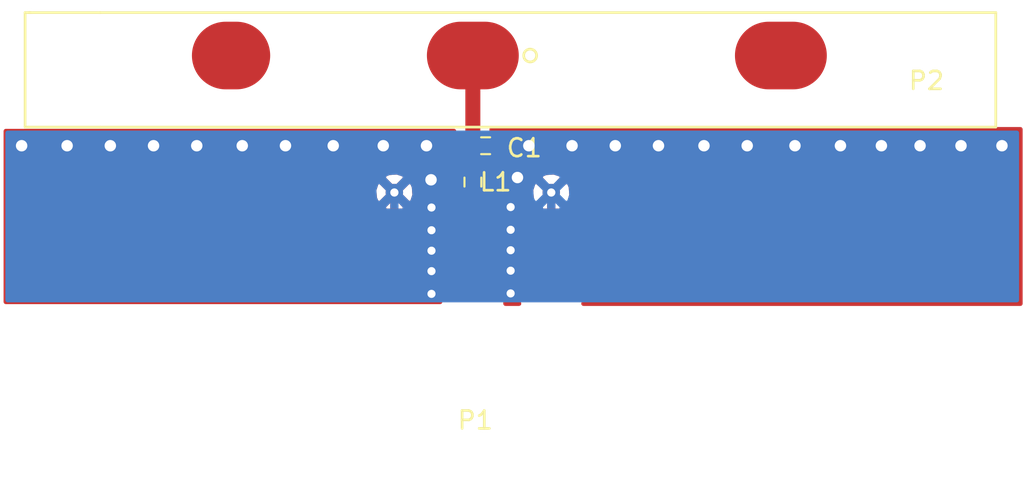
<source format=kicad_pcb>
(kicad_pcb (version 4) (host pcbnew 4.0.5)

  (general
    (links 47)
    (no_connects 0)
    (area 0 0 0 0)
    (thickness 1.6)
    (drawings 4)
    (tracks 7)
    (zones 0)
    (modules 38)
    (nets 5)
  )

  (page A4)
  (layers
    (0 F.Cu signal)
    (31 B.Cu signal)
    (32 B.Adhes user)
    (33 F.Adhes user)
    (34 B.Paste user)
    (35 F.Paste user)
    (36 B.SilkS user)
    (37 F.SilkS user)
    (38 B.Mask user)
    (39 F.Mask user)
    (40 Dwgs.User user)
    (41 Cmts.User user)
    (42 Eco1.User user)
    (43 Eco2.User user)
    (44 Edge.Cuts user)
    (45 Margin user)
    (46 B.CrtYd user)
    (47 F.CrtYd user)
    (48 B.Fab user)
    (49 F.Fab user)
  )

  (setup
    (last_trace_width 0.838)
    (trace_clearance 0.2)
    (zone_clearance 0.508)
    (zone_45_only no)
    (trace_min 0.2)
    (segment_width 0.2)
    (edge_width 0.15)
    (via_size 0.6)
    (via_drill 0.4)
    (via_min_size 0.4)
    (via_min_drill 0.3)
    (uvia_size 0.3)
    (uvia_drill 0.1)
    (uvias_allowed no)
    (uvia_min_size 0.2)
    (uvia_min_drill 0.1)
    (pcb_text_width 0.3)
    (pcb_text_size 1.5 1.5)
    (mod_edge_width 0.15)
    (mod_text_size 1 1)
    (mod_text_width 0.15)
    (pad_size 0.9 0.46)
    (pad_drill 0)
    (pad_to_mask_clearance 0.2)
    (aux_axis_origin 93.2 114.8)
    (visible_elements 7FFFFF7F)
    (pcbplotparams
      (layerselection 0x020f0_80000001)
      (usegerberextensions false)
      (excludeedgelayer true)
      (linewidth 0.100000)
      (plotframeref false)
      (viasonmask false)
      (mode 1)
      (useauxorigin true)
      (hpglpennumber 1)
      (hpglpenspeed 20)
      (hpglpendiameter 15)
      (hpglpenoverlay 2)
      (psnegative false)
      (psa4output false)
      (plotreference true)
      (plotvalue true)
      (plotinvisibletext false)
      (padsonsilk false)
      (subtractmaskfromsilk false)
      (outputformat 1)
      (mirror false)
      (drillshape 0)
      (scaleselection 1)
      (outputdirectory Gerber/))
  )

  (net 0 "")
  (net 1 GND)
  (net 2 "Net-(C1-Pad1)")
  (net 3 "Net-(L1-Pad2)")
  (net 4 "Net-(P2-Pad2)")

  (net_class Default "This is the default net class."
    (clearance 0.2)
    (trace_width 0.838)
    (via_dia 0.6)
    (via_drill 0.4)
    (uvia_dia 0.3)
    (uvia_drill 0.1)
    (add_net GND)
    (add_net "Net-(C1-Pad1)")
    (add_net "Net-(L1-Pad2)")
    (add_net "Net-(P2-Pad2)")
  )

  (module Misc:Via_Stitch_Dia0.508mm_Drill0.254mm (layer F.Cu) (tedit 590FADAA) (tstamp 590FADED)
    (at 121.412 109.474)
    (fp_text reference REF** (at 0 0.889) (layer F.SilkS) hide
      (effects (font (size 1 1) (thickness 0.15)))
    )
    (fp_text value Via_Stitch_Dia0.508mm_Drill0.254mm (at 0 -0.889) (layer F.Fab) hide
      (effects (font (size 1 1) (thickness 0.15)))
    )
    (pad 1 thru_hole circle (at 0 0) (size 0.7508 0.7508) (drill 0.454) (layers *.Cu)
      (net 1 GND) (zone_connect 2))
  )

  (module Misc:Via_Stitch_Dia0.508mm_Drill0.254mm (layer F.Cu) (tedit 590FADAA) (tstamp 590FADE9)
    (at 121.412 110.744)
    (fp_text reference REF** (at 0 0.889) (layer F.SilkS) hide
      (effects (font (size 1 1) (thickness 0.15)))
    )
    (fp_text value Via_Stitch_Dia0.508mm_Drill0.254mm (at 0 -0.889) (layer F.Fab) hide
      (effects (font (size 1 1) (thickness 0.15)))
    )
    (pad 1 thru_hole circle (at 0 0) (size 0.7508 0.7508) (drill 0.454) (layers *.Cu)
      (net 1 GND) (zone_connect 2))
  )

  (module Misc:Via_Stitch_Dia0.508mm_Drill0.254mm (layer F.Cu) (tedit 590FADAA) (tstamp 590FADE5)
    (at 121.412 114.3)
    (fp_text reference REF** (at 0 0.889) (layer F.SilkS) hide
      (effects (font (size 1 1) (thickness 0.15)))
    )
    (fp_text value Via_Stitch_Dia0.508mm_Drill0.254mm (at 0 -0.889) (layer F.Fab) hide
      (effects (font (size 1 1) (thickness 0.15)))
    )
    (pad 1 thru_hole circle (at 0 0) (size 0.7508 0.7508) (drill 0.454) (layers *.Cu)
      (net 1 GND) (zone_connect 2))
  )

  (module Misc:Via_Stitch_Dia0.508mm_Drill0.254mm (layer F.Cu) (tedit 590FADAA) (tstamp 590FADE1)
    (at 121.412 113.03)
    (fp_text reference REF** (at 0 0.889) (layer F.SilkS) hide
      (effects (font (size 1 1) (thickness 0.15)))
    )
    (fp_text value Via_Stitch_Dia0.508mm_Drill0.254mm (at 0 -0.889) (layer F.Fab) hide
      (effects (font (size 1 1) (thickness 0.15)))
    )
    (pad 1 thru_hole circle (at 0 0) (size 0.7508 0.7508) (drill 0.454) (layers *.Cu)
      (net 1 GND) (zone_connect 2))
  )

  (module Misc:Via_Stitch_Dia0.508mm_Drill0.254mm (layer F.Cu) (tedit 590FADAA) (tstamp 590FADDD)
    (at 121.412 111.887)
    (fp_text reference REF** (at 0 0.889) (layer F.SilkS) hide
      (effects (font (size 1 1) (thickness 0.15)))
    )
    (fp_text value Via_Stitch_Dia0.508mm_Drill0.254mm (at 0 -0.889) (layer F.Fab) hide
      (effects (font (size 1 1) (thickness 0.15)))
    )
    (pad 1 thru_hole circle (at 0 0) (size 0.7508 0.7508) (drill 0.454) (layers *.Cu)
      (net 1 GND) (zone_connect 2))
  )

  (module Misc:Via_Stitch_Dia0.508mm_Drill0.254mm (layer F.Cu) (tedit 590FADAA) (tstamp 590FADD9)
    (at 116.9924 111.9124)
    (fp_text reference REF** (at 0 0.889) (layer F.SilkS) hide
      (effects (font (size 1 1) (thickness 0.15)))
    )
    (fp_text value Via_Stitch_Dia0.508mm_Drill0.254mm (at 0 -0.889) (layer F.Fab) hide
      (effects (font (size 1 1) (thickness 0.15)))
    )
    (pad 1 thru_hole circle (at 0 0) (size 0.7508 0.7508) (drill 0.454) (layers *.Cu)
      (net 1 GND) (zone_connect 2))
  )

  (module Misc:Via_Stitch_Dia0.508mm_Drill0.254mm (layer F.Cu) (tedit 590FADAA) (tstamp 590FADD4)
    (at 116.9924 113.0554)
    (fp_text reference REF** (at 0 0.889) (layer F.SilkS) hide
      (effects (font (size 1 1) (thickness 0.15)))
    )
    (fp_text value Via_Stitch_Dia0.508mm_Drill0.254mm (at 0 -0.889) (layer F.Fab) hide
      (effects (font (size 1 1) (thickness 0.15)))
    )
    (pad 1 thru_hole circle (at 0 0) (size 0.7508 0.7508) (drill 0.454) (layers *.Cu)
      (net 1 GND) (zone_connect 2))
  )

  (module Misc:Via_Stitch_Dia0.508mm_Drill0.254mm (layer F.Cu) (tedit 590FADAA) (tstamp 590FADD0)
    (at 116.9924 114.3254)
    (fp_text reference REF** (at 0 0.889) (layer F.SilkS) hide
      (effects (font (size 1 1) (thickness 0.15)))
    )
    (fp_text value Via_Stitch_Dia0.508mm_Drill0.254mm (at 0 -0.889) (layer F.Fab) hide
      (effects (font (size 1 1) (thickness 0.15)))
    )
    (pad 1 thru_hole circle (at 0 0) (size 0.7508 0.7508) (drill 0.454) (layers *.Cu)
      (net 1 GND) (zone_connect 2))
  )

  (module Misc:Via_Stitch_Dia0.508mm_Drill0.254mm (layer F.Cu) (tedit 590FADAA) (tstamp 590FADCC)
    (at 116.9924 110.7694)
    (fp_text reference REF** (at 0 0.889) (layer F.SilkS) hide
      (effects (font (size 1 1) (thickness 0.15)))
    )
    (fp_text value Via_Stitch_Dia0.508mm_Drill0.254mm (at 0 -0.889) (layer F.Fab) hide
      (effects (font (size 1 1) (thickness 0.15)))
    )
    (pad 1 thru_hole circle (at 0 0) (size 0.7508 0.7508) (drill 0.454) (layers *.Cu)
      (net 1 GND) (zone_connect 2))
  )

  (module Misc:Via_Stitch_Dia1.00mm_Drill0.64mm (layer F.Cu) (tedit 590FAC1B) (tstamp 590FAD58)
    (at 116.967 107.95)
    (fp_text reference REF** (at 0 0.889) (layer F.SilkS) hide
      (effects (font (size 1 1) (thickness 0.15)))
    )
    (fp_text value Via_Stitch_Dia1.00mm_Drill0.64mm (at 0 -0.889) (layer F.Fab) hide
      (effects (font (size 1 1) (thickness 0.15)))
    )
    (pad 1 thru_hole circle (at 0 0) (size 1 1) (drill 0.64) (layers *.Cu)
      (net 1 GND) (zone_connect 2))
  )

  (module Misc:Via_Stitch_Dia1.00mm_Drill0.64mm (layer F.Cu) (tedit 590FAC61) (tstamp 590FAD52)
    (at 121.158 107.823)
    (fp_text reference REF** (at 0 0.889) (layer F.SilkS) hide
      (effects (font (size 1 1) (thickness 0.15)))
    )
    (fp_text value Via_Stitch_Dia1.00mm_Drill0.64mm (at 0 -0.889) (layer F.Fab) hide
      (effects (font (size 1 1) (thickness 0.15)))
    )
    (pad 1 thru_hole circle (at 0.635 0) (size 1 1) (drill 0.64) (layers *.Cu)
      (net 1 GND) (zone_connect 2))
  )

  (module Misc:Via_Stitch_Dia1.00mm_Drill0.64mm (layer F.Cu) (tedit 590FAC52) (tstamp 590FAD2A)
    (at 145.923 106.045)
    (fp_text reference REF** (at 0 0.889) (layer F.SilkS) hide
      (effects (font (size 1 1) (thickness 0.15)))
    )
    (fp_text value Via_Stitch_Dia1.00mm_Drill0.64mm (at 0 -0.889) (layer F.Fab) hide
      (effects (font (size 1 1) (thickness 0.15)))
    )
    (pad 1 thru_hole circle (at 0.635 0) (size 1 1) (drill 0.64) (layers *.Cu)
      (net 1 GND) (zone_connect 2))
  )

  (module Misc:Via_Stitch_Dia1.00mm_Drill0.64mm (layer F.Cu) (tedit 590FAC1B) (tstamp 590FAD26)
    (at 148.844 106.045)
    (fp_text reference REF** (at 0 0.889) (layer F.SilkS) hide
      (effects (font (size 1 1) (thickness 0.15)))
    )
    (fp_text value Via_Stitch_Dia1.00mm_Drill0.64mm (at 0 -0.889) (layer F.Fab) hide
      (effects (font (size 1 1) (thickness 0.15)))
    )
    (pad 1 thru_hole circle (at 0 0) (size 1 1) (drill 0.64) (layers *.Cu)
      (net 1 GND) (zone_connect 2))
  )

  (module Misc:Via_Stitch_Dia1.00mm_Drill0.64mm (layer F.Cu) (tedit 590FAC1B) (tstamp 590FAD22)
    (at 144.272 106.045)
    (fp_text reference REF** (at 0 0.889) (layer F.SilkS) hide
      (effects (font (size 1 1) (thickness 0.15)))
    )
    (fp_text value Via_Stitch_Dia1.00mm_Drill0.64mm (at 0 -0.889) (layer F.Fab) hide
      (effects (font (size 1 1) (thickness 0.15)))
    )
    (pad 1 thru_hole circle (at 0 0) (size 1 1) (drill 0.64) (layers *.Cu)
      (net 1 GND) (zone_connect 2))
  )

  (module Misc:Via_Stitch_Dia1.00mm_Drill0.64mm (layer F.Cu) (tedit 590FAC61) (tstamp 590FAD10)
    (at 121.793 106.045)
    (fp_text reference REF** (at 0 0.889) (layer F.SilkS) hide
      (effects (font (size 1 1) (thickness 0.15)))
    )
    (fp_text value Via_Stitch_Dia1.00mm_Drill0.64mm (at 0 -0.889) (layer F.Fab) hide
      (effects (font (size 1 1) (thickness 0.15)))
    )
    (pad 1 thru_hole circle (at 0.635 0) (size 1 1) (drill 0.64) (layers *.Cu)
      (net 1 GND) (zone_connect 2))
  )

  (module Misc:Via_Stitch_Dia1.00mm_Drill0.64mm (layer F.Cu) (tedit 590FAC1B) (tstamp 590FAD0C)
    (at 127.254 106.045)
    (fp_text reference REF** (at 0 0.889) (layer F.SilkS) hide
      (effects (font (size 1 1) (thickness 0.15)))
    )
    (fp_text value Via_Stitch_Dia1.00mm_Drill0.64mm (at 0 -0.889) (layer F.Fab) hide
      (effects (font (size 1 1) (thickness 0.15)))
    )
    (pad 1 thru_hole circle (at 0 0) (size 1 1) (drill 0.64) (layers *.Cu)
      (net 1 GND) (zone_connect 2))
  )

  (module Misc:Via_Stitch_Dia1.00mm_Drill0.64mm (layer F.Cu) (tedit 590FAC52) (tstamp 590FAD08)
    (at 124.206 106.045)
    (fp_text reference REF** (at 0 0.889) (layer F.SilkS) hide
      (effects (font (size 1 1) (thickness 0.15)))
    )
    (fp_text value Via_Stitch_Dia1.00mm_Drill0.64mm (at 0 -0.889) (layer F.Fab) hide
      (effects (font (size 1 1) (thickness 0.15)))
    )
    (pad 1 thru_hole circle (at 0.635 0) (size 1 1) (drill 0.64) (layers *.Cu)
      (net 1 GND) (zone_connect 2))
  )

  (module Misc:Via_Stitch_Dia1.00mm_Drill0.64mm (layer F.Cu) (tedit 590FAC52) (tstamp 590FAD04)
    (at 133.985 106.045)
    (fp_text reference REF** (at 0 0.889) (layer F.SilkS) hide
      (effects (font (size 1 1) (thickness 0.15)))
    )
    (fp_text value Via_Stitch_Dia1.00mm_Drill0.64mm (at 0 -0.889) (layer F.Fab) hide
      (effects (font (size 1 1) (thickness 0.15)))
    )
    (pad 1 thru_hole circle (at 0.635 0) (size 1 1) (drill 0.64) (layers *.Cu)
      (net 1 GND) (zone_connect 2))
  )

  (module Misc:Via_Stitch_Dia1.00mm_Drill0.64mm (layer F.Cu) (tedit 590FAC1B) (tstamp 590FAD00)
    (at 137.287 106.045)
    (fp_text reference REF** (at 0 0.889) (layer F.SilkS) hide
      (effects (font (size 1 1) (thickness 0.15)))
    )
    (fp_text value Via_Stitch_Dia1.00mm_Drill0.64mm (at 0 -0.889) (layer F.Fab) hide
      (effects (font (size 1 1) (thickness 0.15)))
    )
    (pad 1 thru_hole circle (at 0 0) (size 1 1) (drill 0.64) (layers *.Cu)
      (net 1 GND) (zone_connect 2))
  )

  (module Misc:Via_Stitch_Dia1.00mm_Drill0.64mm (layer F.Cu) (tedit 590FAC61) (tstamp 590FACFC)
    (at 131.572 106.045)
    (fp_text reference REF** (at 0 0.889) (layer F.SilkS) hide
      (effects (font (size 1 1) (thickness 0.15)))
    )
    (fp_text value Via_Stitch_Dia1.00mm_Drill0.64mm (at 0 -0.889) (layer F.Fab) hide
      (effects (font (size 1 1) (thickness 0.15)))
    )
    (pad 1 thru_hole circle (at 0.635 0) (size 1 1) (drill 0.64) (layers *.Cu)
      (net 1 GND) (zone_connect 2))
  )

  (module Misc:Via_Stitch_Dia1.00mm_Drill0.64mm (layer F.Cu) (tedit 590FAC1B) (tstamp 590FACF8)
    (at 129.667 106.045)
    (fp_text reference REF** (at 0 0.889) (layer F.SilkS) hide
      (effects (font (size 1 1) (thickness 0.15)))
    )
    (fp_text value Via_Stitch_Dia1.00mm_Drill0.64mm (at 0 -0.889) (layer F.Fab) hide
      (effects (font (size 1 1) (thickness 0.15)))
    )
    (pad 1 thru_hole circle (at 0 0) (size 1 1) (drill 0.64) (layers *.Cu)
      (net 1 GND) (zone_connect 2))
  )

  (module Misc:Via_Stitch_Dia1.00mm_Drill0.64mm (layer F.Cu) (tedit 590FAC1B) (tstamp 590FACF4)
    (at 142.113 106.045)
    (fp_text reference REF** (at 0 0.889) (layer F.SilkS) hide
      (effects (font (size 1 1) (thickness 0.15)))
    )
    (fp_text value Via_Stitch_Dia1.00mm_Drill0.64mm (at 0 -0.889) (layer F.Fab) hide
      (effects (font (size 1 1) (thickness 0.15)))
    )
    (pad 1 thru_hole circle (at 0 0) (size 1 1) (drill 0.64) (layers *.Cu)
      (net 1 GND) (zone_connect 2))
  )

  (module Misc:Via_Stitch_Dia1.00mm_Drill0.64mm (layer F.Cu) (tedit 590FAC52) (tstamp 590FACF0)
    (at 139.192 106.045)
    (fp_text reference REF** (at 0 0.889) (layer F.SilkS) hide
      (effects (font (size 1 1) (thickness 0.15)))
    )
    (fp_text value Via_Stitch_Dia1.00mm_Drill0.64mm (at 0 -0.889) (layer F.Fab) hide
      (effects (font (size 1 1) (thickness 0.15)))
    )
    (pad 1 thru_hole circle (at 0.635 0) (size 1 1) (drill 0.64) (layers *.Cu)
      (net 1 GND) (zone_connect 2))
  )

  (module Misc:Via_Stitch_Dia1.00mm_Drill0.64mm (layer F.Cu) (tedit 590FAC52) (tstamp 590FACE7)
    (at 113.665 106.045)
    (fp_text reference REF** (at 0 0.889) (layer F.SilkS) hide
      (effects (font (size 1 1) (thickness 0.15)))
    )
    (fp_text value Via_Stitch_Dia1.00mm_Drill0.64mm (at 0 -0.889) (layer F.Fab) hide
      (effects (font (size 1 1) (thickness 0.15)))
    )
    (pad 1 thru_hole circle (at 0.635 0) (size 1 1) (drill 0.64) (layers *.Cu)
      (net 1 GND) (zone_connect 2))
  )

  (module Misc:Via_Stitch_Dia1.00mm_Drill0.64mm (layer F.Cu) (tedit 590FAC1B) (tstamp 590FACE3)
    (at 116.713 106.045)
    (fp_text reference REF** (at 0 0.889) (layer F.SilkS) hide
      (effects (font (size 1 1) (thickness 0.15)))
    )
    (fp_text value Via_Stitch_Dia1.00mm_Drill0.64mm (at 0 -0.889) (layer F.Fab) hide
      (effects (font (size 1 1) (thickness 0.15)))
    )
    (pad 1 thru_hole circle (at 0 0) (size 1 1) (drill 0.64) (layers *.Cu)
      (net 1 GND) (zone_connect 2))
  )

  (module Misc:Via_Stitch_Dia1.00mm_Drill0.64mm (layer F.Cu) (tedit 590FAC1B) (tstamp 590FACBD)
    (at 103.886 106.045)
    (fp_text reference REF** (at 0 0.889) (layer F.SilkS) hide
      (effects (font (size 1 1) (thickness 0.15)))
    )
    (fp_text value Via_Stitch_Dia1.00mm_Drill0.64mm (at 0 -0.889) (layer F.Fab) hide
      (effects (font (size 1 1) (thickness 0.15)))
    )
    (pad 1 thru_hole circle (at 0 0) (size 1 1) (drill 0.64) (layers *.Cu)
      (net 1 GND) (zone_connect 2))
  )

  (module Misc:Via_Stitch_Dia1.00mm_Drill0.64mm (layer F.Cu) (tedit 590FAC61) (tstamp 590FACB9)
    (at 105.791 106.045)
    (fp_text reference REF** (at 0 0.889) (layer F.SilkS) hide
      (effects (font (size 1 1) (thickness 0.15)))
    )
    (fp_text value Via_Stitch_Dia1.00mm_Drill0.64mm (at 0 -0.889) (layer F.Fab) hide
      (effects (font (size 1 1) (thickness 0.15)))
    )
    (pad 1 thru_hole circle (at 0.635 0) (size 1 1) (drill 0.64) (layers *.Cu)
      (net 1 GND) (zone_connect 2))
  )

  (module Misc:Via_Stitch_Dia1.00mm_Drill0.64mm (layer F.Cu) (tedit 590FAC1B) (tstamp 590FACB5)
    (at 111.506 106.045)
    (fp_text reference REF** (at 0 0.889) (layer F.SilkS) hide
      (effects (font (size 1 1) (thickness 0.15)))
    )
    (fp_text value Via_Stitch_Dia1.00mm_Drill0.64mm (at 0 -0.889) (layer F.Fab) hide
      (effects (font (size 1 1) (thickness 0.15)))
    )
    (pad 1 thru_hole circle (at 0 0) (size 1 1) (drill 0.64) (layers *.Cu)
      (net 1 GND) (zone_connect 2))
  )

  (module Misc:Via_Stitch_Dia1.00mm_Drill0.64mm (layer F.Cu) (tedit 590FAC52) (tstamp 590FACB1)
    (at 108.204 106.045)
    (fp_text reference REF** (at 0 0.889) (layer F.SilkS) hide
      (effects (font (size 1 1) (thickness 0.15)))
    )
    (fp_text value Via_Stitch_Dia1.00mm_Drill0.64mm (at 0 -0.889) (layer F.Fab) hide
      (effects (font (size 1 1) (thickness 0.15)))
    )
    (pad 1 thru_hole circle (at 0.635 0) (size 1 1) (drill 0.64) (layers *.Cu)
      (net 1 GND) (zone_connect 2))
  )

  (module Misc:Via_Stitch_Dia1.00mm_Drill0.64mm (layer F.Cu) (tedit 590FAC52) (tstamp 590FAC94)
    (at 98.425 106.045)
    (fp_text reference REF** (at 0 0.889) (layer F.SilkS) hide
      (effects (font (size 1 1) (thickness 0.15)))
    )
    (fp_text value Via_Stitch_Dia1.00mm_Drill0.64mm (at 0 -0.889) (layer F.Fab) hide
      (effects (font (size 1 1) (thickness 0.15)))
    )
    (pad 1 thru_hole circle (at 0.635 0) (size 1 1) (drill 0.64) (layers *.Cu)
      (net 1 GND) (zone_connect 2))
  )

  (module Misc:Via_Stitch_Dia1.00mm_Drill0.64mm (layer F.Cu) (tedit 590FAC1B) (tstamp 590FAC90)
    (at 101.473 106.045)
    (fp_text reference REF** (at 0 0.889) (layer F.SilkS) hide
      (effects (font (size 1 1) (thickness 0.15)))
    )
    (fp_text value Via_Stitch_Dia1.00mm_Drill0.64mm (at 0 -0.889) (layer F.Fab) hide
      (effects (font (size 1 1) (thickness 0.15)))
    )
    (pad 1 thru_hole circle (at 0 0) (size 1 1) (drill 0.64) (layers *.Cu)
      (net 1 GND) (zone_connect 2))
  )

  (module Misc:Via_Stitch_Dia1.00mm_Drill0.64mm (layer F.Cu) (tedit 590FAC61) (tstamp 590FAC87)
    (at 96.012 106.045)
    (fp_text reference REF** (at 0 0.889) (layer F.SilkS) hide
      (effects (font (size 1 1) (thickness 0.15)))
    )
    (fp_text value Via_Stitch_Dia1.00mm_Drill0.64mm (at 0 -0.889) (layer F.Fab) hide
      (effects (font (size 1 1) (thickness 0.15)))
    )
    (pad 1 thru_hole circle (at 0.635 0) (size 1 1) (drill 0.64) (layers *.Cu)
      (net 1 GND) (zone_connect 2))
  )

  (module Connectors_Molex:Molex_SMA_Jack_Edge_Mount (layer F.Cu) (tedit 590FAF4D) (tstamp 58C1E9AD)
    (at 119.3 110.38 90)
    (descr "Molex SMA Jack, Edge Mount, http://www.molex.com/pdm_docs/sd/732511150_sd.pdf")
    (tags "sma edge")
    (path /58C1E6D0)
    (attr smd)
    (fp_text reference P1 (at -11.01 0.14 180) (layer F.SilkS)
      (effects (font (size 1 1) (thickness 0.15)))
    )
    (fp_text value CONN_01X02 (at -8.49 -0.01 180) (layer F.Fab) hide
      (effects (font (size 1 1) (thickness 0.15)))
    )
    (fp_line (start -4.76 -0.38) (end 0.49 -0.38) (layer F.Fab) (width 0.1))
    (fp_line (start -4.76 0.38) (end 0.49 0.38) (layer F.Fab) (width 0.1))
    (fp_line (start 0.49 -0.38) (end 0.49 0.38) (layer F.Fab) (width 0.1))
    (fp_line (start 0.49 3.75) (end 0.49 4.76) (layer F.Fab) (width 0.1))
    (fp_line (start 0.49 -4.76) (end 0.49 -3.75) (layer F.Fab) (width 0.1))
    (fp_line (start -14.29 -6.09) (end -14.29 6.09) (layer F.CrtYd) (width 0.05))
    (fp_line (start -14.29 6.09) (end 2.71 6.09) (layer F.CrtYd) (width 0.05))
    (fp_line (start 2.71 -6.09) (end 2.71 6.09) (layer B.CrtYd) (width 0.05))
    (fp_line (start -14.29 -6.09) (end 2.71 -6.09) (layer B.CrtYd) (width 0.05))
    (fp_line (start -14.29 -6.09) (end -14.29 6.09) (layer B.CrtYd) (width 0.05))
    (fp_line (start -14.29 6.09) (end 2.71 6.09) (layer B.CrtYd) (width 0.05))
    (fp_line (start 2.71 -6.09) (end 2.71 6.09) (layer F.CrtYd) (width 0.05))
    (fp_line (start 2.71 -6.09) (end -14.29 -6.09) (layer F.CrtYd) (width 0.05))
    (fp_line (start -4.76 -3.75) (end 0.49 -3.75) (layer F.Fab) (width 0.1))
    (fp_line (start -4.76 3.75) (end 0.49 3.75) (layer F.Fab) (width 0.1))
    (fp_line (start -13.79 -2.65) (end -5.91 -2.65) (layer F.Fab) (width 0.1))
    (fp_line (start -13.79 -2.65) (end -13.79 2.65) (layer F.Fab) (width 0.1))
    (fp_line (start -13.79 2.65) (end -5.91 2.65) (layer F.Fab) (width 0.1))
    (fp_line (start -4.76 -3.75) (end -4.76 3.75) (layer F.Fab) (width 0.1))
    (fp_line (start 0.49 -4.76) (end -5.91 -4.76) (layer F.Fab) (width 0.1))
    (fp_line (start -5.91 -4.76) (end -5.91 4.76) (layer F.Fab) (width 0.1))
    (fp_line (start -5.91 4.76) (end 0.49 4.76) (layer F.Fab) (width 0.1))
    (pad 1 smd rect (at -1.72 0 90) (size 5.08 2.29) (layers F.Cu F.Paste F.Mask)
      (net 3 "Net-(L1-Pad2)"))
    (pad 2 smd rect (at -1.72 -4.38 90) (size 5.08 2.42) (layers F.Cu F.Paste F.Mask)
      (net 1 GND))
    (pad 2 smd rect (at -1.72 4.38 90) (size 5.08 2.42) (layers F.Cu F.Paste F.Mask)
      (net 1 GND))
    (pad 2 smd rect (at -1.72 -4.38 90) (size 5.08 2.42) (layers B.Cu B.Paste B.Mask)
      (net 1 GND))
    (pad 2 smd rect (at -1.72 4.38 90) (size 5.08 2.42) (layers B.Cu B.Paste B.Mask)
      (net 1 GND))
    (pad 2 thru_hole circle (at 1.72 -4.38 90) (size 0.97 0.97) (drill 0.46) (layers *.Cu)
      (net 1 GND))
    (pad 2 thru_hole circle (at 1.72 4.38 90) (size 0.97 0.97) (drill 0.46) (layers *.Cu)
      (net 1 GND))
    (pad 2 smd rect (at 1.27 -4.38 90) (size 0.9 0.46) (layers F.Cu)
      (net 1 GND))
    (pad 2 smd rect (at 1.27 4.38 90) (size 0.9 0.46) (layers F.Cu)
      (net 1 GND))
    (pad 2 smd rect (at 1.27 -4.38 90) (size 0.9 0.46) (layers B.Cu)
      (net 1 GND))
    (pad 2 smd rect (at 1.27 4.38 90) (size 0.9 0.46) (layers B.Cu)
      (net 1 GND))
  )

  (module "915 PCB Antenna 01:915 PCB Antenna 01" (layer F.Cu) (tedit 58C1F02A) (tstamp 58C1E9BD)
    (at 148.5011 105.0036)
    (path /58C1E75E)
    (fp_text reference P2 (at -3.8711 -2.5936) (layer F.SilkS)
      (effects (font (size 1 1) (thickness 0.15)))
    )
    (fp_text value CONN_01X02 (at -28.8 -8.9) (layer F.Fab) hide
      (effects (font (size 1 1) (thickness 0.15)))
    )
    (fp_line (start -54 0) (end -54.2 0) (layer F.SilkS) (width 0.15))
    (fp_line (start -53.9 -6.4) (end -54.2 -6.4) (layer F.SilkS) (width 0.15))
    (fp_line (start -54.2 -6.4) (end -54.2 0) (layer F.SilkS) (width 0.15))
    (fp_line (start 0 -6.4) (end 0 0) (layer F.SilkS) (width 0.15))
    (fp_line (start -50 -6.4) (end -54 -6.4) (layer F.SilkS) (width 0.15))
    (fp_line (start -54 0) (end -50 0) (layer F.SilkS) (width 0.15))
    (fp_line (start 0 0) (end -50 0) (layer F.SilkS) (width 0.15))
    (fp_line (start 0 -6.4) (end -50 -6.4) (layer F.SilkS) (width 0.15))
    (fp_circle (center -26 -4) (end -25.8 -3.7) (layer F.SilkS) (width 0.15))
    (pad 3 smd oval (at -12 -4) (size 5.13 3.78) (layers F.Cu F.Paste F.Mask))
    (pad 1 smd oval (at -29.2 -4) (size 5.13 3.78) (layers F.Cu F.Paste F.Mask)
      (net 2 "Net-(C1-Pad1)"))
    (pad 2 smd oval (at -42.7 -4) (size 4.37 3.78) (layers F.Cu F.Paste F.Mask)
      (net 4 "Net-(P2-Pad2)"))
  )

  (module Capacitors_SMD:C_0402 (layer F.Cu) (tedit 590FAC8E) (tstamp 590FABE5)
    (at 120.015 106.045)
    (descr "Capacitor SMD 0402, reflow soldering, AVX (see smccp.pdf)")
    (tags "capacitor 0402")
    (path /590FA8DA)
    (attr smd)
    (fp_text reference C1 (at 2.159 0.127) (layer F.SilkS)
      (effects (font (size 1 1) (thickness 0.15)))
    )
    (fp_text value 4.2pF (at -4.064 0.254) (layer F.Fab) hide
      (effects (font (size 1 1) (thickness 0.15)))
    )
    (fp_text user %R (at 0 -1.27) (layer F.Fab) hide
      (effects (font (size 1 1) (thickness 0.15)))
    )
    (fp_line (start -0.5 0.25) (end -0.5 -0.25) (layer F.Fab) (width 0.1))
    (fp_line (start 0.5 0.25) (end -0.5 0.25) (layer F.Fab) (width 0.1))
    (fp_line (start 0.5 -0.25) (end 0.5 0.25) (layer F.Fab) (width 0.1))
    (fp_line (start -0.5 -0.25) (end 0.5 -0.25) (layer F.Fab) (width 0.1))
    (fp_line (start 0.25 -0.47) (end -0.25 -0.47) (layer F.SilkS) (width 0.12))
    (fp_line (start -0.25 0.47) (end 0.25 0.47) (layer F.SilkS) (width 0.12))
    (fp_line (start -1 -0.4) (end 1 -0.4) (layer F.CrtYd) (width 0.05))
    (fp_line (start -1 -0.4) (end -1 0.4) (layer F.CrtYd) (width 0.05))
    (fp_line (start 1 0.4) (end 1 -0.4) (layer F.CrtYd) (width 0.05))
    (fp_line (start 1 0.4) (end -1 0.4) (layer F.CrtYd) (width 0.05))
    (pad 1 smd rect (at -0.55 0) (size 0.6 0.5) (layers F.Cu F.Paste F.Mask)
      (net 2 "Net-(C1-Pad1)"))
    (pad 2 smd rect (at 0.55 0) (size 0.6 0.5) (layers F.Cu F.Paste F.Mask)
      (net 1 GND))
    (model Capacitors_SMD.3dshapes/C_0402.wrl
      (at (xyz 0 0 0))
      (scale (xyz 1 1 1))
      (rotate (xyz 0 0 0))
    )
  )

  (module Capacitors_SMD:C_0402 (layer F.Cu) (tedit 590FAD69) (tstamp 590FABF6)
    (at 119.3038 108.077 270)
    (descr "Capacitor SMD 0402, reflow soldering, AVX (see smccp.pdf)")
    (tags "capacitor 0402")
    (path /590FA90B)
    (attr smd)
    (fp_text reference L1 (at 0 -1.27 360) (layer F.SilkS)
      (effects (font (size 1 1) (thickness 0.15)))
    )
    (fp_text value 17nH (at 0 1.27 270) (layer F.Fab) hide
      (effects (font (size 1 1) (thickness 0.15)))
    )
    (fp_text user %R (at 0 -1.27 360) (layer F.Fab) hide
      (effects (font (size 1 1) (thickness 0.15)))
    )
    (fp_line (start -0.5 0.25) (end -0.5 -0.25) (layer F.Fab) (width 0.1))
    (fp_line (start 0.5 0.25) (end -0.5 0.25) (layer F.Fab) (width 0.1))
    (fp_line (start 0.5 -0.25) (end 0.5 0.25) (layer F.Fab) (width 0.1))
    (fp_line (start -0.5 -0.25) (end 0.5 -0.25) (layer F.Fab) (width 0.1))
    (fp_line (start 0.25 -0.47) (end -0.25 -0.47) (layer F.SilkS) (width 0.12))
    (fp_line (start -0.25 0.47) (end 0.25 0.47) (layer F.SilkS) (width 0.12))
    (fp_line (start -1 -0.4) (end 1 -0.4) (layer F.CrtYd) (width 0.05))
    (fp_line (start -1 -0.4) (end -1 0.4) (layer F.CrtYd) (width 0.05))
    (fp_line (start 1 0.4) (end 1 -0.4) (layer F.CrtYd) (width 0.05))
    (fp_line (start 1 0.4) (end -1 0.4) (layer F.CrtYd) (width 0.05))
    (pad 1 smd rect (at -0.55 0 270) (size 0.6 0.5) (layers F.Cu F.Paste F.Mask)
      (net 2 "Net-(C1-Pad1)"))
    (pad 2 smd rect (at 0.55 0 270) (size 0.6 0.5) (layers F.Cu F.Paste F.Mask)
      (net 3 "Net-(L1-Pad2)"))
    (model Capacitors_SMD.3dshapes/C_0402.wrl
      (at (xyz 0 0 0))
      (scale (xyz 1 1 1))
      (rotate (xyz 0 0 0))
    )
  )

  (module Misc:Via_Stitch_Dia1.00mm_Drill0.64mm (layer F.Cu) (tedit 590FAC1B) (tstamp 590FAC72)
    (at 94.107 106.045)
    (fp_text reference REF** (at 0 0.889) (layer F.SilkS) hide
      (effects (font (size 1 1) (thickness 0.15)))
    )
    (fp_text value Via_Stitch_Dia1.00mm_Drill0.64mm (at 0 -0.889) (layer F.Fab) hide
      (effects (font (size 1 1) (thickness 0.15)))
    )
    (pad 1 thru_hole circle (at 0 0) (size 1 1) (drill 0.64) (layers *.Cu)
      (net 1 GND) (zone_connect 2))
  )

  (module Misc:Via_Stitch_Dia0.508mm_Drill0.254mm (layer F.Cu) (tedit 590FADAA) (tstamp 590FADB5)
    (at 116.9924 109.4994)
    (fp_text reference REF** (at 0 0.889) (layer F.SilkS) hide
      (effects (font (size 1 1) (thickness 0.15)))
    )
    (fp_text value Via_Stitch_Dia0.508mm_Drill0.254mm (at 0 -0.889) (layer F.Fab) hide
      (effects (font (size 1 1) (thickness 0.15)))
    )
    (pad 1 thru_hole circle (at 0 0) (size 0.7508 0.7508) (drill 0.454) (layers *.Cu)
      (net 1 GND) (zone_connect 2))
  )

  (gr_line (start 150 98) (end 93 98) (angle 90) (layer Margin) (width 0.2))
  (gr_line (start 150 115) (end 150 98) (angle 90) (layer Margin) (width 0.2))
  (gr_line (start 93 115) (end 150 115) (angle 90) (layer Margin) (width 0.2))
  (gr_line (start 93 98) (end 93 115) (angle 90) (layer Margin) (width 0.2))

  (segment (start 119.3038 107.527) (end 119.3038 106.2062) (width 0.838) (layer F.Cu) (net 2))
  (segment (start 119.3038 106.2062) (end 119.465 106.045) (width 0.838) (layer F.Cu) (net 2) (tstamp 590FAEA5))
  (segment (start 119.3011 101.0036) (end 119.3011 105.8811) (width 0.838) (layer F.Cu) (net 2))
  (segment (start 119.3011 105.8811) (end 119.465 106.045) (width 0.838) (layer F.Cu) (net 2) (tstamp 590FAE5B))
  (segment (start 119.3038 108.627) (end 119.3038 112.0962) (width 0.838) (layer F.Cu) (net 3))
  (segment (start 119.3038 112.0962) (end 119.3 112.1) (width 0.838) (layer F.Cu) (net 3) (tstamp 590FAE6D))
  (segment (start 119.3011 112.0989) (end 119.3 112.1) (width 0.838) (layer F.Cu) (net 3) (tstamp 58C1EE10))

  (zone (net 1) (net_name GND) (layer F.Cu) (tstamp 58C1F126) (hatch edge 0.508)
    (connect_pads (clearance 0.508))
    (min_thickness 0.254)
    (fill yes (arc_segments 16) (thermal_gap 0.508) (thermal_bridge_width 0.508))
    (polygon
      (pts
        (xy 120.2 105.6) (xy 120.2 109) (xy 121 109) (xy 121 115) (xy 150 115)
        (xy 150 105) (xy 120.2 105)
      )
    )
    (filled_polygon
      (pts
        (xy 149.873 114.873) (xy 125.480807 114.873) (xy 125.525 114.766309) (xy 125.525 112.38575) (xy 125.36625 112.227)
        (xy 123.807 112.227) (xy 123.807 112.247) (xy 123.553 112.247) (xy 123.553 112.227) (xy 121.99375 112.227)
        (xy 121.835 112.38575) (xy 121.835 114.766309) (xy 121.879193 114.873) (xy 121.127 114.873) (xy 121.127 109.433691)
        (xy 121.835 109.433691) (xy 121.835 111.81425) (xy 121.99375 111.973) (xy 123.553 111.973) (xy 123.553 111.953)
        (xy 123.807 111.953) (xy 123.807 111.973) (xy 125.36625 111.973) (xy 125.525 111.81425) (xy 125.525 109.433691)
        (xy 125.428327 109.200302) (xy 125.249699 109.021673) (xy 125.01631 108.925) (xy 124.772129 108.925) (xy 124.813149 108.801436)
        (xy 124.781018 108.357032) (xy 124.672768 108.095692) (xy 124.4592 108.060405) (xy 124.333815 108.18579) (xy 124.269699 108.121673)
        (xy 124.106374 108.054021) (xy 124.279595 107.8808) (xy 124.244308 107.667232) (xy 123.821436 107.526851) (xy 123.377032 107.558982)
        (xy 123.115692 107.667232) (xy 123.080405 107.8808) (xy 123.253626 108.054021) (xy 123.090301 108.121673) (xy 123.026185 108.18579)
        (xy 122.9008 108.060405) (xy 122.687232 108.095692) (xy 122.546851 108.518564) (xy 122.576237 108.925) (xy 122.34369 108.925)
        (xy 122.110301 109.021673) (xy 121.931673 109.200302) (xy 121.835 109.433691) (xy 121.127 109.433691) (xy 121.127 109)
        (xy 121.116994 108.95059) (xy 121.088553 108.908965) (xy 121.046159 108.881685) (xy 121 108.873) (xy 120.3578 108.873)
        (xy 120.3578 108.627) (xy 120.327 108.472158) (xy 120.327 107.681842) (xy 120.3578 107.527) (xy 120.3578 106.85145)
        (xy 120.438 106.77125) (xy 120.438 106.4495) (xy 120.438769 106.448349) (xy 120.494136 106.17) (xy 120.692 106.17)
        (xy 120.692 106.77125) (xy 120.85075 106.93) (xy 120.991309 106.93) (xy 121.224698 106.833327) (xy 121.403327 106.654699)
        (xy 121.5 106.42131) (xy 121.5 106.32875) (xy 121.34125 106.17) (xy 120.692 106.17) (xy 120.494136 106.17)
        (xy 120.519001 106.045) (xy 120.438769 105.641652) (xy 120.438 105.640501) (xy 120.438 105.31875) (xy 120.692 105.31875)
        (xy 120.692 105.92) (xy 121.34125 105.92) (xy 121.5 105.76125) (xy 121.5 105.66869) (xy 121.403327 105.435301)
        (xy 121.224698 105.256673) (xy 120.991309 105.16) (xy 120.85075 105.16) (xy 120.692 105.31875) (xy 120.438 105.31875)
        (xy 120.3551 105.23585) (xy 120.3551 105.127) (xy 149.873 105.127)
      )
    )
  )
  (zone (net 1) (net_name GND) (layer F.Cu) (tstamp 58C1F138) (hatch edge 0.508)
    (connect_pads thru_hole_only (clearance 0.508))
    (min_thickness 0.254)
    (fill yes (arc_segments 16) (thermal_gap 0.508) (thermal_bridge_width 0.508))
    (polygon
      (pts
        (xy 118.5 105.1) (xy 93.1 105.1) (xy 93.1 114.9) (xy 117.6 114.9) (xy 117.6 109)
        (xy 118.5 109)
      )
    )
    (filled_polygon
      (pts
        (xy 118.2471 105.881095) (xy 118.247099 105.8811) (xy 118.280783 106.050437) (xy 118.249799 106.2062) (xy 118.2498 106.206205)
        (xy 118.2498 107.527) (xy 118.330031 107.930348) (xy 118.373 107.994656) (xy 118.373 108.159344) (xy 118.330031 108.223652)
        (xy 118.2498 108.627) (xy 118.2498 108.873) (xy 117.6 108.873) (xy 117.55059 108.883006) (xy 117.508965 108.911447)
        (xy 117.481685 108.953841) (xy 117.473 109) (xy 117.473 114.773) (xy 93.227 114.773) (xy 93.227 109.4392)
        (xy 114.320405 109.4392) (xy 114.355692 109.652768) (xy 114.778564 109.793149) (xy 115.222968 109.761018) (xy 115.484308 109.652768)
        (xy 115.519595 109.4392) (xy 114.92 108.839605) (xy 114.320405 109.4392) (xy 93.227 109.4392) (xy 93.227 108.518564)
        (xy 113.786851 108.518564) (xy 113.818982 108.962968) (xy 113.927232 109.224308) (xy 114.1408 109.259595) (xy 114.740395 108.66)
        (xy 115.099605 108.66) (xy 115.6992 109.259595) (xy 115.912768 109.224308) (xy 116.053149 108.801436) (xy 116.021018 108.357032)
        (xy 115.912768 108.095692) (xy 115.6992 108.060405) (xy 115.099605 108.66) (xy 114.740395 108.66) (xy 114.1408 108.060405)
        (xy 113.927232 108.095692) (xy 113.786851 108.518564) (xy 93.227 108.518564) (xy 93.227 107.8808) (xy 114.320405 107.8808)
        (xy 114.92 108.480395) (xy 115.519595 107.8808) (xy 115.484308 107.667232) (xy 115.061436 107.526851) (xy 114.617032 107.558982)
        (xy 114.355692 107.667232) (xy 114.320405 107.8808) (xy 93.227 107.8808) (xy 93.227 105.227) (xy 118.2471 105.227)
      )
    )
  )
  (zone (net 1) (net_name GND) (layer B.Cu) (tstamp 58C33693) (hatch edge 0.508)
    (connect_pads thru_hole_only (clearance 0.508))
    (min_thickness 0.254)
    (fill yes (arc_segments 16) (thermal_gap 0.508) (thermal_bridge_width 0.508))
    (polygon
      (pts
        (xy 149.8 114.8) (xy 93.2 114.8) (xy 93.2 105.2) (xy 149.8 105.2)
      )
    )
    (filled_polygon
      (pts
        (xy 149.673 114.673) (xy 93.327 114.673) (xy 93.327 109.4392) (xy 114.320405 109.4392) (xy 114.355692 109.652768)
        (xy 114.778564 109.793149) (xy 115.222968 109.761018) (xy 115.484308 109.652768) (xy 115.519595 109.4392) (xy 123.080405 109.4392)
        (xy 123.115692 109.652768) (xy 123.538564 109.793149) (xy 123.982968 109.761018) (xy 124.244308 109.652768) (xy 124.279595 109.4392)
        (xy 123.68 108.839605) (xy 123.080405 109.4392) (xy 115.519595 109.4392) (xy 114.92 108.839605) (xy 114.320405 109.4392)
        (xy 93.327 109.4392) (xy 93.327 108.518564) (xy 113.786851 108.518564) (xy 113.818982 108.962968) (xy 113.927232 109.224308)
        (xy 114.1408 109.259595) (xy 114.740395 108.66) (xy 115.099605 108.66) (xy 115.6992 109.259595) (xy 115.912768 109.224308)
        (xy 116.053149 108.801436) (xy 116.032697 108.518564) (xy 122.546851 108.518564) (xy 122.578982 108.962968) (xy 122.687232 109.224308)
        (xy 122.9008 109.259595) (xy 123.500395 108.66) (xy 123.859605 108.66) (xy 124.4592 109.259595) (xy 124.672768 109.224308)
        (xy 124.813149 108.801436) (xy 124.781018 108.357032) (xy 124.672768 108.095692) (xy 124.4592 108.060405) (xy 123.859605 108.66)
        (xy 123.500395 108.66) (xy 122.9008 108.060405) (xy 122.687232 108.095692) (xy 122.546851 108.518564) (xy 116.032697 108.518564)
        (xy 116.021018 108.357032) (xy 115.912768 108.095692) (xy 115.6992 108.060405) (xy 115.099605 108.66) (xy 114.740395 108.66)
        (xy 114.1408 108.060405) (xy 113.927232 108.095692) (xy 113.786851 108.518564) (xy 93.327 108.518564) (xy 93.327 107.8808)
        (xy 114.320405 107.8808) (xy 114.92 108.480395) (xy 115.519595 107.8808) (xy 123.080405 107.8808) (xy 123.68 108.480395)
        (xy 124.279595 107.8808) (xy 124.244308 107.667232) (xy 123.821436 107.526851) (xy 123.377032 107.558982) (xy 123.115692 107.667232)
        (xy 123.080405 107.8808) (xy 115.519595 107.8808) (xy 115.484308 107.667232) (xy 115.061436 107.526851) (xy 114.617032 107.558982)
        (xy 114.355692 107.667232) (xy 114.320405 107.8808) (xy 93.327 107.8808) (xy 93.327 105.327) (xy 149.673 105.327)
      )
    )
  )
)

</source>
